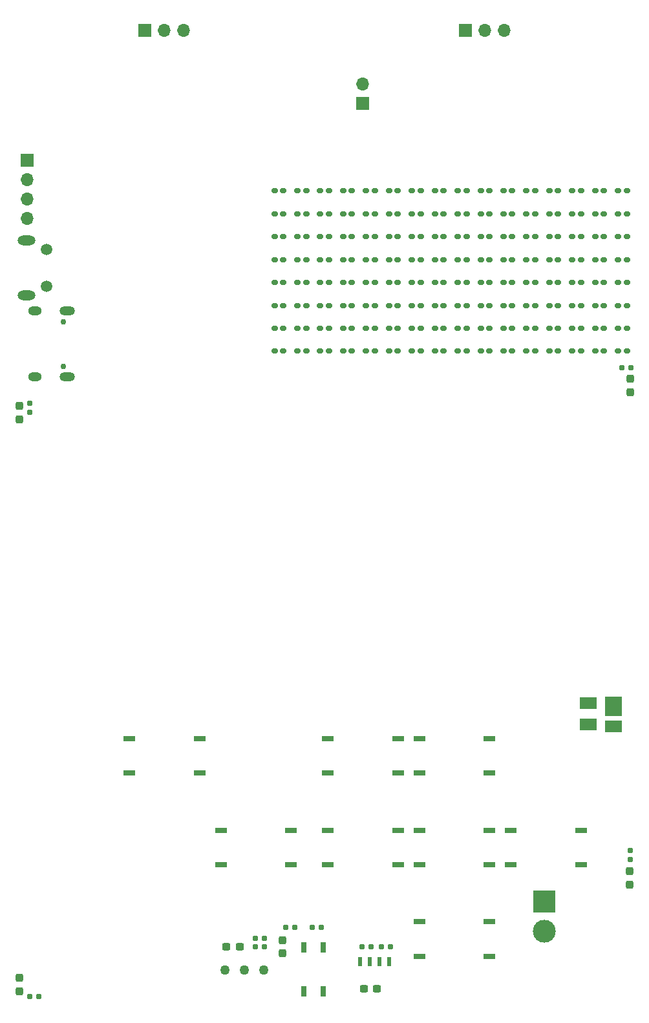
<source format=gbr>
%TF.GenerationSoftware,KiCad,Pcbnew,8.0.0-8.0.0-1~ubuntu20.04.1*%
%TF.CreationDate,2024-04-22T05:37:01+08:00*%
%TF.ProjectId,pcb_badge,7063625f-6261-4646-9765-2e6b69636164,rev?*%
%TF.SameCoordinates,Original*%
%TF.FileFunction,Soldermask,Top*%
%TF.FilePolarity,Negative*%
%FSLAX46Y46*%
G04 Gerber Fmt 4.6, Leading zero omitted, Abs format (unit mm)*
G04 Created by KiCad (PCBNEW 8.0.0-8.0.0-1~ubuntu20.04.1) date 2024-04-22 05:37:01*
%MOMM*%
%LPD*%
G01*
G04 APERTURE LIST*
G04 Aperture macros list*
%AMRoundRect*
0 Rectangle with rounded corners*
0 $1 Rounding radius*
0 $2 $3 $4 $5 $6 $7 $8 $9 X,Y pos of 4 corners*
0 Add a 4 corners polygon primitive as box body*
4,1,4,$2,$3,$4,$5,$6,$7,$8,$9,$2,$3,0*
0 Add four circle primitives for the rounded corners*
1,1,$1+$1,$2,$3*
1,1,$1+$1,$4,$5*
1,1,$1+$1,$6,$7*
1,1,$1+$1,$8,$9*
0 Add four rect primitives between the rounded corners*
20,1,$1+$1,$2,$3,$4,$5,0*
20,1,$1+$1,$4,$5,$6,$7,0*
20,1,$1+$1,$6,$7,$8,$9,0*
20,1,$1+$1,$8,$9,$2,$3,0*%
G04 Aperture macros list end*
%ADD10R,1.700000X1.700000*%
%ADD11O,1.700000X1.700000*%
%ADD12RoundRect,0.160000X-0.222500X-0.160000X0.222500X-0.160000X0.222500X0.160000X-0.222500X0.160000X0*%
%ADD13R,2.200000X2.500000*%
%ADD14R,2.200000X1.550000*%
%ADD15R,1.524000X0.762000*%
%ADD16RoundRect,0.160000X-0.197500X-0.160000X0.197500X-0.160000X0.197500X0.160000X-0.197500X0.160000X0*%
%ADD17R,0.700000X1.400000*%
%ADD18RoundRect,0.237500X-0.237500X0.287500X-0.237500X-0.287500X0.237500X-0.287500X0.237500X0.287500X0*%
%ADD19RoundRect,0.155000X0.212500X0.155000X-0.212500X0.155000X-0.212500X-0.155000X0.212500X-0.155000X0*%
%ADD20RoundRect,0.237500X-0.237500X0.300000X-0.237500X-0.300000X0.237500X-0.300000X0.237500X0.300000X0*%
%ADD21C,1.270000*%
%ADD22R,3.000000X3.000000*%
%ADD23C,3.000000*%
%ADD24RoundRect,0.237500X0.300000X0.237500X-0.300000X0.237500X-0.300000X-0.237500X0.300000X-0.237500X0*%
%ADD25RoundRect,0.237500X0.237500X-0.287500X0.237500X0.287500X-0.237500X0.287500X-0.237500X-0.287500X0*%
%ADD26RoundRect,0.160000X0.197500X0.160000X-0.197500X0.160000X-0.197500X-0.160000X0.197500X-0.160000X0*%
%ADD27RoundRect,0.237500X-0.300000X-0.237500X0.300000X-0.237500X0.300000X0.237500X-0.300000X0.237500X0*%
%ADD28RoundRect,0.160000X-0.160000X0.197500X-0.160000X-0.197500X0.160000X-0.197500X0.160000X0.197500X0*%
%ADD29R,0.500000X1.200000*%
%ADD30C,0.750000*%
%ADD31O,2.000000X1.200000*%
%ADD32O,1.800000X1.200000*%
%ADD33O,2.344000X1.274000*%
%ADD34C,1.504000*%
G04 APERTURE END LIST*
D10*
%TO.C,J5*%
X133475000Y-32000000D03*
D11*
X136015000Y-32000000D03*
X138555000Y-32000000D03*
%TD*%
D12*
%TO.C,D112*%
X114427500Y-62000000D03*
X115572500Y-62000000D03*
%TD*%
%TO.C,D21*%
X135427500Y-59000000D03*
X136572500Y-59000000D03*
%TD*%
%TO.C,D22*%
X138427500Y-59000000D03*
X139572500Y-59000000D03*
%TD*%
%TO.C,D124*%
X120427500Y-65000000D03*
X121572500Y-65000000D03*
%TD*%
D13*
%TO.C,D160*%
X152800000Y-120550000D03*
D14*
X152800000Y-123125000D03*
%TD*%
D12*
%TO.C,D157*%
X129427500Y-74000000D03*
X130572500Y-74000000D03*
%TD*%
%TO.C,D143*%
X117427500Y-71000000D03*
X118572500Y-71000000D03*
%TD*%
%TO.C,D55*%
X147427500Y-68000000D03*
X148572500Y-68000000D03*
%TD*%
D15*
%TO.C,SW3*%
X89402600Y-124749999D03*
X98597400Y-124749999D03*
X89402600Y-129250001D03*
X98597400Y-129250001D03*
%TD*%
D12*
%TO.C,D147*%
X129427500Y-71000000D03*
X130572500Y-71000000D03*
%TD*%
%TO.C,D96*%
X126427500Y-56000000D03*
X127572500Y-56000000D03*
%TD*%
%TO.C,D33*%
X141427500Y-62000000D03*
X142572500Y-62000000D03*
%TD*%
D16*
%TO.C,R27*%
X153902500Y-76200000D03*
X155097500Y-76200000D03*
%TD*%
D12*
%TO.C,D104*%
X120427500Y-59000000D03*
X121572500Y-59000000D03*
%TD*%
%TO.C,D150*%
X108427500Y-74000000D03*
X109572500Y-74000000D03*
%TD*%
%TO.C,D152*%
X114427500Y-74000000D03*
X115572500Y-74000000D03*
%TD*%
%TO.C,D51*%
X135427500Y-68000000D03*
X136572500Y-68000000D03*
%TD*%
%TO.C,D71*%
X135427500Y-74000000D03*
X136572500Y-74000000D03*
%TD*%
D16*
%TO.C,R60*%
X113402500Y-149500000D03*
X114597500Y-149500000D03*
%TD*%
D12*
%TO.C,D113*%
X117427500Y-62000000D03*
X118572500Y-62000000D03*
%TD*%
%TO.C,D77*%
X153427500Y-74000000D03*
X154572500Y-74000000D03*
%TD*%
%TO.C,D43*%
X141427500Y-65000000D03*
X142572500Y-65000000D03*
%TD*%
%TO.C,D153*%
X117427500Y-74000000D03*
X118572500Y-74000000D03*
%TD*%
%TO.C,D110*%
X108427500Y-62000000D03*
X109572500Y-62000000D03*
%TD*%
D17*
%TO.C,U6*%
X112230000Y-157900000D03*
X114770000Y-157900000D03*
X114770000Y-152100000D03*
X112230000Y-152100000D03*
%TD*%
D12*
%TO.C,D01*%
X135427500Y-53000000D03*
X136572500Y-53000000D03*
%TD*%
%TO.C,D136*%
X126427500Y-68000000D03*
X127572500Y-68000000D03*
%TD*%
D18*
%TO.C,D29*%
X75000000Y-156125000D03*
X75000000Y-157875000D03*
%TD*%
D12*
%TO.C,D56*%
X150427500Y-68000000D03*
X151572500Y-68000000D03*
%TD*%
%TO.C,D05*%
X147427500Y-53000000D03*
X148572500Y-53000000D03*
%TD*%
%TO.C,D154*%
X120427500Y-74000000D03*
X121572500Y-74000000D03*
%TD*%
%TO.C,D16*%
X150427500Y-56000000D03*
X151572500Y-56000000D03*
%TD*%
%TO.C,D151*%
X111427500Y-74000000D03*
X112572500Y-74000000D03*
%TD*%
D19*
%TO.C,C51*%
X107067500Y-152000000D03*
X105932500Y-152000000D03*
%TD*%
D12*
%TO.C,D66*%
X150427500Y-71000000D03*
X151572500Y-71000000D03*
%TD*%
%TO.C,D12*%
X138427500Y-56000000D03*
X139572500Y-56000000D03*
%TD*%
%TO.C,D76*%
X150427500Y-74000000D03*
X151572500Y-74000000D03*
%TD*%
%TO.C,D155*%
X123427500Y-74000000D03*
X124572500Y-74000000D03*
%TD*%
D20*
%TO.C,C60*%
X109500000Y-151137500D03*
X109500000Y-152862500D03*
%TD*%
D12*
%TO.C,D75*%
X147427500Y-74000000D03*
X148572500Y-74000000D03*
%TD*%
%TO.C,D67*%
X153427500Y-71000000D03*
X154572500Y-71000000D03*
%TD*%
D16*
%TO.C,R71*%
X122402500Y-152000000D03*
X123597500Y-152000000D03*
%TD*%
D10*
%TO.C,J7*%
X120000000Y-41550000D03*
D11*
X120000000Y-39010000D03*
%TD*%
D21*
%TO.C,U5*%
X101904500Y-155060900D03*
X104444500Y-155060900D03*
X106984500Y-155060900D03*
%TD*%
D22*
%TO.C,J2*%
X143750000Y-146092500D03*
D23*
X143750000Y-149972500D03*
%TD*%
D12*
%TO.C,D95*%
X123427500Y-56000000D03*
X124572500Y-56000000D03*
%TD*%
%TO.C,D134*%
X120427500Y-68000000D03*
X121572500Y-68000000D03*
%TD*%
%TO.C,D145*%
X123427500Y-71000000D03*
X124572500Y-71000000D03*
%TD*%
%TO.C,D125*%
X123427500Y-65000000D03*
X124572500Y-65000000D03*
%TD*%
%TO.C,D13*%
X141427500Y-56000000D03*
X142572500Y-56000000D03*
%TD*%
%TO.C,D44*%
X144427500Y-65000000D03*
X145572500Y-65000000D03*
%TD*%
%TO.C,D34*%
X144427500Y-62000000D03*
X145572500Y-62000000D03*
%TD*%
%TO.C,D114*%
X120427500Y-62000000D03*
X121572500Y-62000000D03*
%TD*%
%TO.C,D14*%
X144427500Y-56000000D03*
X145572500Y-56000000D03*
%TD*%
%TO.C,D103*%
X117427500Y-59000000D03*
X118572500Y-59000000D03*
%TD*%
%TO.C,D53*%
X141427500Y-68000000D03*
X142572500Y-68000000D03*
%TD*%
%TO.C,D90*%
X108427500Y-56000000D03*
X109572500Y-56000000D03*
%TD*%
%TO.C,D156*%
X126427500Y-74000000D03*
X127572500Y-74000000D03*
%TD*%
D18*
%TO.C,D3*%
X74977500Y-81147500D03*
X74977500Y-82897500D03*
%TD*%
D12*
%TO.C,D62*%
X138427500Y-71000000D03*
X139572500Y-71000000D03*
%TD*%
%TO.C,D20*%
X132427500Y-59000000D03*
X133572500Y-59000000D03*
%TD*%
%TO.C,D36*%
X150427500Y-62000000D03*
X151572500Y-62000000D03*
%TD*%
%TO.C,D93*%
X117427500Y-56000000D03*
X118572500Y-56000000D03*
%TD*%
%TO.C,D60*%
X132427500Y-71000000D03*
X133572500Y-71000000D03*
%TD*%
%TO.C,D111*%
X111427500Y-62000000D03*
X112572500Y-62000000D03*
%TD*%
%TO.C,D32*%
X138427500Y-62000000D03*
X139572500Y-62000000D03*
%TD*%
%TO.C,D115*%
X123427500Y-62000000D03*
X124572500Y-62000000D03*
%TD*%
%TO.C,D30*%
X132427500Y-62000000D03*
X133572500Y-62000000D03*
%TD*%
%TO.C,D37*%
X153427500Y-62000000D03*
X154572500Y-62000000D03*
%TD*%
D24*
%TO.C,C70*%
X121862500Y-157500000D03*
X120137500Y-157500000D03*
%TD*%
D12*
%TO.C,D27*%
X153427500Y-59000000D03*
X154572500Y-59000000D03*
%TD*%
%TO.C,D07*%
X153427500Y-53000000D03*
X154572500Y-53000000D03*
%TD*%
%TO.C,D65*%
X147427500Y-71000000D03*
X148572500Y-71000000D03*
%TD*%
%TO.C,D97*%
X129427500Y-56000000D03*
X130572500Y-56000000D03*
%TD*%
%TO.C,D02*%
X138427500Y-53000000D03*
X139572500Y-53000000D03*
%TD*%
%TO.C,D141*%
X111427500Y-71000000D03*
X112572500Y-71000000D03*
%TD*%
D25*
%TO.C,D19*%
X154977500Y-143852500D03*
X154977500Y-142102500D03*
%TD*%
D15*
%TO.C,SW6*%
X139402600Y-136749999D03*
X148597400Y-136749999D03*
X139402600Y-141250001D03*
X148597400Y-141250001D03*
%TD*%
D12*
%TO.C,D133*%
X117427500Y-68000000D03*
X118572500Y-68000000D03*
%TD*%
D15*
%TO.C,SW1*%
X101402600Y-136749999D03*
X110597400Y-136749999D03*
X101402600Y-141250001D03*
X110597400Y-141250001D03*
%TD*%
D12*
%TO.C,D126*%
X126427500Y-65000000D03*
X127572500Y-65000000D03*
%TD*%
%TO.C,D06*%
X150427500Y-53000000D03*
X151572500Y-53000000D03*
%TD*%
%TO.C,D84*%
X120427500Y-53000000D03*
X121572500Y-53000000D03*
%TD*%
%TO.C,D91*%
X111427500Y-56000000D03*
X112572500Y-56000000D03*
%TD*%
%TO.C,D130*%
X108427500Y-68000000D03*
X109572500Y-68000000D03*
%TD*%
%TO.C,D17*%
X153427500Y-56000000D03*
X154572500Y-56000000D03*
%TD*%
%TO.C,D24*%
X144427500Y-59000000D03*
X145572500Y-59000000D03*
%TD*%
D15*
%TO.C,SW2*%
X127402600Y-148749999D03*
X136597400Y-148749999D03*
X127402600Y-153250001D03*
X136597400Y-153250001D03*
%TD*%
D12*
%TO.C,D35*%
X147427500Y-62000000D03*
X148572500Y-62000000D03*
%TD*%
%TO.C,D04*%
X144427500Y-53000000D03*
X145572500Y-53000000D03*
%TD*%
%TO.C,D100*%
X108427500Y-59000000D03*
X109572500Y-59000000D03*
%TD*%
%TO.C,D74*%
X144427500Y-74000000D03*
X145572500Y-74000000D03*
%TD*%
%TO.C,D70*%
X132427500Y-74000000D03*
X133572500Y-74000000D03*
%TD*%
D26*
%TO.C,R50*%
X107097500Y-150900000D03*
X105902500Y-150900000D03*
%TD*%
D12*
%TO.C,D106*%
X126427500Y-59000000D03*
X127572500Y-59000000D03*
%TD*%
%TO.C,D101*%
X111427500Y-59000000D03*
X112572500Y-59000000D03*
%TD*%
%TO.C,D132*%
X114427500Y-68000000D03*
X115572500Y-68000000D03*
%TD*%
%TO.C,D23*%
X141427500Y-59000000D03*
X142572500Y-59000000D03*
%TD*%
%TO.C,D57*%
X153427500Y-68000000D03*
X154572500Y-68000000D03*
%TD*%
%TO.C,D107*%
X129427500Y-59000000D03*
X130572500Y-59000000D03*
%TD*%
%TO.C,D123*%
X117427500Y-65000000D03*
X118572500Y-65000000D03*
%TD*%
%TO.C,D102*%
X114427500Y-59000000D03*
X115572500Y-59000000D03*
%TD*%
%TO.C,D64*%
X144427500Y-71000000D03*
X145572500Y-71000000D03*
%TD*%
%TO.C,D26*%
X150427500Y-59000000D03*
X151572500Y-59000000D03*
%TD*%
%TO.C,D42*%
X138427500Y-65000000D03*
X139572500Y-65000000D03*
%TD*%
%TO.C,D46*%
X150427500Y-65000000D03*
X151572500Y-65000000D03*
%TD*%
%TO.C,D131*%
X111427500Y-68000000D03*
X112572500Y-68000000D03*
%TD*%
%TO.C,D50*%
X132427500Y-68000000D03*
X133572500Y-68000000D03*
%TD*%
D14*
%TO.C,D161*%
X149500000Y-120075000D03*
X149500000Y-122925000D03*
%TD*%
D27*
%TO.C,C50*%
X102137500Y-152000000D03*
X103862500Y-152000000D03*
%TD*%
D12*
%TO.C,D144*%
X120427500Y-71000000D03*
X121572500Y-71000000D03*
%TD*%
%TO.C,D105*%
X123427500Y-59000000D03*
X124572500Y-59000000D03*
%TD*%
%TO.C,D116*%
X126427500Y-62000000D03*
X127572500Y-62000000D03*
%TD*%
%TO.C,D52*%
X138427500Y-68000000D03*
X139572500Y-68000000D03*
%TD*%
D10*
%TO.C,J4*%
X91475000Y-32000000D03*
D11*
X94015000Y-32000000D03*
X96555000Y-32000000D03*
%TD*%
D12*
%TO.C,D00*%
X132427500Y-53000000D03*
X133572500Y-53000000D03*
%TD*%
%TO.C,D85*%
X123427500Y-53000000D03*
X124572500Y-53000000D03*
%TD*%
D15*
%TO.C,SW8*%
X127402600Y-124749999D03*
X136597400Y-124749999D03*
X127402600Y-129250001D03*
X136597400Y-129250001D03*
%TD*%
D12*
%TO.C,D142*%
X114427500Y-71000000D03*
X115572500Y-71000000D03*
%TD*%
%TO.C,D63*%
X141427500Y-71000000D03*
X142572500Y-71000000D03*
%TD*%
%TO.C,D140*%
X108427500Y-71000000D03*
X109572500Y-71000000D03*
%TD*%
D15*
%TO.C,SW5*%
X127402600Y-136749999D03*
X136597400Y-136749999D03*
X127402600Y-141250001D03*
X136597400Y-141250001D03*
%TD*%
D12*
%TO.C,D82*%
X114427500Y-53000000D03*
X115572500Y-53000000D03*
%TD*%
%TO.C,D47*%
X153427500Y-65000000D03*
X154572500Y-65000000D03*
%TD*%
%TO.C,D83*%
X117427500Y-53000000D03*
X118572500Y-53000000D03*
%TD*%
%TO.C,D15*%
X147427500Y-56000000D03*
X148572500Y-56000000D03*
%TD*%
%TO.C,D92*%
X114427500Y-56000000D03*
X115572500Y-56000000D03*
%TD*%
%TO.C,D41*%
X135427500Y-65000000D03*
X136572500Y-65000000D03*
%TD*%
%TO.C,D122*%
X114427500Y-65000000D03*
X115572500Y-65000000D03*
%TD*%
%TO.C,D94*%
X120427500Y-56000000D03*
X121572500Y-56000000D03*
%TD*%
D15*
%TO.C,SW4*%
X115402600Y-136749999D03*
X124597400Y-136749999D03*
X115402600Y-141250001D03*
X124597400Y-141250001D03*
%TD*%
D12*
%TO.C,D25*%
X147427500Y-59000000D03*
X148572500Y-59000000D03*
%TD*%
D26*
%TO.C,R61*%
X111097500Y-149500000D03*
X109902500Y-149500000D03*
%TD*%
D12*
%TO.C,D80*%
X108427500Y-53000000D03*
X109572500Y-53000000D03*
%TD*%
%TO.C,D135*%
X123427500Y-68000000D03*
X124572500Y-68000000D03*
%TD*%
D10*
%TO.C,J3*%
X76000000Y-49000000D03*
D11*
X76000000Y-51540000D03*
X76000000Y-54080000D03*
X76000000Y-56620000D03*
%TD*%
D28*
%TO.C,R29*%
X76400000Y-80802500D03*
X76400000Y-81997500D03*
%TD*%
D29*
%TO.C,U7*%
X123405000Y-154000000D03*
X122135000Y-154000000D03*
X120865000Y-154000000D03*
X119595000Y-154000000D03*
%TD*%
D12*
%TO.C,D40*%
X132427500Y-65000000D03*
X133572500Y-65000000D03*
%TD*%
%TO.C,D120*%
X108427500Y-65000000D03*
X109572500Y-65000000D03*
%TD*%
%TO.C,D11*%
X135427500Y-56000000D03*
X136572500Y-56000000D03*
%TD*%
%TO.C,D87*%
X129427500Y-53000000D03*
X130572500Y-53000000D03*
%TD*%
%TO.C,D81*%
X111427500Y-53000000D03*
X112572500Y-53000000D03*
%TD*%
%TO.C,D127*%
X129427500Y-65000000D03*
X130572500Y-65000000D03*
%TD*%
%TO.C,D72*%
X138427500Y-74000000D03*
X139572500Y-74000000D03*
%TD*%
%TO.C,D137*%
X129427500Y-68000000D03*
X130572500Y-68000000D03*
%TD*%
D26*
%TO.C,R26*%
X77597500Y-158500000D03*
X76402500Y-158500000D03*
%TD*%
D12*
%TO.C,D54*%
X144427500Y-68000000D03*
X145572500Y-68000000D03*
%TD*%
D16*
%TO.C,R70*%
X119902500Y-152000000D03*
X121097500Y-152000000D03*
%TD*%
D12*
%TO.C,D03*%
X141427500Y-53000000D03*
X142572500Y-53000000D03*
%TD*%
D28*
%TO.C,R28*%
X155000000Y-139402500D03*
X155000000Y-140597500D03*
%TD*%
D12*
%TO.C,D10*%
X132427500Y-56000000D03*
X133572500Y-56000000D03*
%TD*%
%TO.C,D117*%
X129427500Y-62000000D03*
X130572500Y-62000000D03*
%TD*%
%TO.C,D45*%
X147427500Y-65000000D03*
X148572500Y-65000000D03*
%TD*%
%TO.C,D61*%
X135427500Y-71000000D03*
X136572500Y-71000000D03*
%TD*%
D15*
%TO.C,SW7*%
X115402600Y-124749999D03*
X124597400Y-124749999D03*
X115402600Y-129250001D03*
X124597400Y-129250001D03*
%TD*%
D12*
%TO.C,D146*%
X126427500Y-71000000D03*
X127572500Y-71000000D03*
%TD*%
%TO.C,D86*%
X126427500Y-53000000D03*
X127572500Y-53000000D03*
%TD*%
D25*
%TO.C,D28*%
X155000000Y-79375000D03*
X155000000Y-77625000D03*
%TD*%
D12*
%TO.C,D121*%
X111427500Y-65000000D03*
X112572500Y-65000000D03*
%TD*%
%TO.C,D31*%
X135427500Y-62000000D03*
X136572500Y-62000000D03*
%TD*%
%TO.C,D73*%
X141427500Y-74000000D03*
X142572500Y-74000000D03*
%TD*%
D30*
%TO.C,J1*%
X80762500Y-75952500D03*
X80762500Y-70152500D03*
D31*
X81262500Y-77382500D03*
X81262500Y-68722500D03*
D32*
X77082500Y-68722500D03*
X77082500Y-77382500D03*
%TD*%
D33*
%TO.C,J6*%
X75950000Y-59500000D03*
D34*
X78600000Y-60675000D03*
X78600000Y-65525000D03*
D33*
X75950000Y-66700000D03*
%TD*%
M02*

</source>
